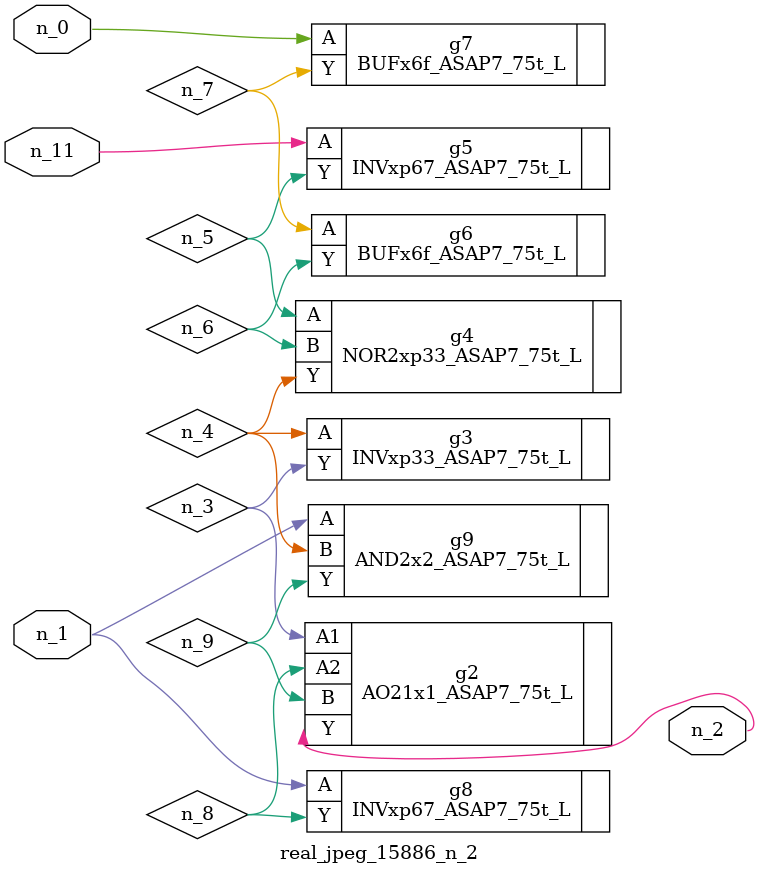
<source format=v>
module real_jpeg_15886_n_2 (n_1, n_11, n_0, n_2);

input n_1;
input n_11;
input n_0;

output n_2;

wire n_5;
wire n_8;
wire n_4;
wire n_6;
wire n_7;
wire n_3;
wire n_9;

BUFx6f_ASAP7_75t_L g7 ( 
.A(n_0),
.Y(n_7)
);

INVxp67_ASAP7_75t_L g8 ( 
.A(n_1),
.Y(n_8)
);

AND2x2_ASAP7_75t_L g9 ( 
.A(n_1),
.B(n_4),
.Y(n_9)
);

AO21x1_ASAP7_75t_L g2 ( 
.A1(n_3),
.A2(n_8),
.B(n_9),
.Y(n_2)
);

INVxp33_ASAP7_75t_L g3 ( 
.A(n_4),
.Y(n_3)
);

NOR2xp33_ASAP7_75t_L g4 ( 
.A(n_5),
.B(n_6),
.Y(n_4)
);

BUFx6f_ASAP7_75t_L g6 ( 
.A(n_7),
.Y(n_6)
);

INVxp67_ASAP7_75t_L g5 ( 
.A(n_11),
.Y(n_5)
);


endmodule
</source>
